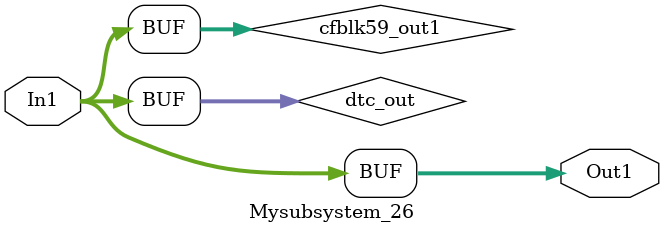
<source format=v>



`timescale 1 ns / 1 ns

module Mysubsystem_26
          (In1,
           Out1);


  input   [7:0] In1;  // uint8
  output  [7:0] Out1;  // uint8


  wire [7:0] dtc_out;  // ufix8
  wire [7:0] cfblk59_out1;  // uint8


  assign dtc_out = In1;



  assign cfblk59_out1 = dtc_out;



  assign Out1 = cfblk59_out1;

endmodule  // Mysubsystem_26


</source>
